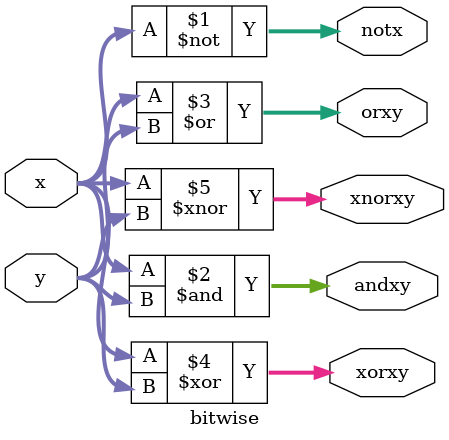
<source format=v>
module bitwise(
    input  [3:0] x, y,
    output [3:0] notx,
    output [3:0] andxy,
    output [3:0] orxy,
    output [3:0] xorxy,
    output [3:0] xnorxy
);
    assign notx   = ~x;
    assign andxy  = x & y;
    assign orxy   = x | y;
    assign xorxy  = x ^ y;
    assign xnorxy = x ^~ y;
endmodule


</source>
